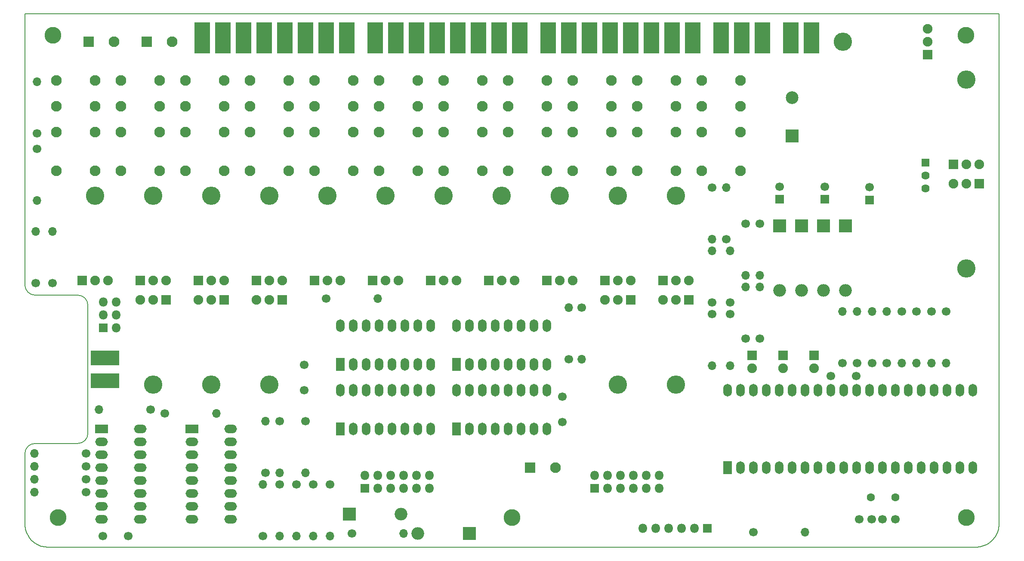
<source format=gbr>
%TF.GenerationSoftware,KiCad,Pcbnew,(5.1.6)-1*%
%TF.CreationDate,2020-08-11T14:57:58+01:00*%
%TF.ProjectId,panel-main,70616e65-6c2d-46d6-9169-6e2e6b696361,rev?*%
%TF.SameCoordinates,Original*%
%TF.FileFunction,Soldermask,Top*%
%TF.FilePolarity,Negative*%
%FSLAX46Y46*%
G04 Gerber Fmt 4.6, Leading zero omitted, Abs format (unit mm)*
G04 Created by KiCad (PCBNEW (5.1.6)-1) date 2020-08-11 14:57:58*
%MOMM*%
%LPD*%
G01*
G04 APERTURE LIST*
%TA.AperFunction,Profile*%
%ADD10C,0.200000*%
%TD*%
%ADD11R,3.100000X6.100000*%
%ADD12R,5.600000X2.900000*%
%ADD13C,1.700000*%
%ADD14O,1.700000X1.700000*%
%ADD15R,1.800000X1.800000*%
%ADD16O,1.800000X1.800000*%
%ADD17R,2.500000X2.500000*%
%ADD18O,2.500000X2.500000*%
%ADD19C,2.500000*%
%ADD20R,1.700000X1.700000*%
%ADD21O,3.600000X3.600000*%
%ADD22R,1.900000X1.900000*%
%ADD23O,1.900000X1.900000*%
%ADD24C,1.620000*%
%ADD25R,1.620000X1.620000*%
%ADD26C,1.900000*%
%ADD27R,2.100000X2.100000*%
%ADD28C,2.100000*%
%ADD29C,1.600000*%
%ADD30R,1.700000X2.500000*%
%ADD31O,1.700000X2.500000*%
%ADD32R,2.500000X1.700000*%
%ADD33O,2.500000X1.700000*%
%ADD34C,3.300000*%
G04 APERTURE END LIST*
D10*
X50972508Y-38971591D02*
X50972508Y-92309883D01*
X242687490Y-38971591D02*
X50972508Y-38971591D01*
X61372508Y-94309883D02*
G75*
G02*
X63372508Y-96309883I0J-2000000D01*
G01*
X52972508Y-94309883D02*
X61372508Y-94309883D01*
X52972508Y-94309883D02*
G75*
G02*
X50972508Y-92309883I0J2000000D01*
G01*
X55472508Y-143909883D02*
X238187490Y-143909883D01*
X241769770Y-142096719D02*
X241928449Y-141869262D01*
X241928449Y-141869262D02*
X242073087Y-141632115D01*
X242073087Y-141632115D02*
X242203341Y-141386260D01*
X242203341Y-141386260D02*
X242318870Y-141132680D01*
X242318870Y-141132680D02*
X242419332Y-140872359D01*
X242419332Y-140872359D02*
X242504383Y-140606279D01*
X242504383Y-140606279D02*
X242573683Y-140335424D01*
X242573683Y-140335424D02*
X242626889Y-140060777D01*
X242626889Y-140060777D02*
X242663659Y-139783322D01*
X242663659Y-139783322D02*
X242683651Y-139504040D01*
X242683651Y-139504040D02*
X242687490Y-139317324D01*
X242687490Y-139317324D02*
X242687490Y-38971591D01*
X238187490Y-143909883D02*
X238445533Y-143901898D01*
X238445533Y-143901898D02*
X238702533Y-143878184D01*
X238702533Y-143878184D02*
X238957740Y-143839103D01*
X238957740Y-143839103D02*
X239210399Y-143785014D01*
X239210399Y-143785014D02*
X239459759Y-143716279D01*
X239459759Y-143716279D02*
X239705067Y-143633259D01*
X239705067Y-143633259D02*
X239945571Y-143536313D01*
X239945571Y-143536313D02*
X240180518Y-143425804D01*
X240180518Y-143425804D02*
X240409157Y-143302091D01*
X240409157Y-143302091D02*
X240630733Y-143165536D01*
X240630733Y-143165536D02*
X240844496Y-143016499D01*
X240844496Y-143016499D02*
X241049693Y-142855342D01*
X241049693Y-142855342D02*
X241245571Y-142682424D01*
X241245571Y-142682424D02*
X241431378Y-142498107D01*
X241431378Y-142498107D02*
X241606362Y-142302752D01*
X241606362Y-142302752D02*
X241769770Y-142096719D01*
X63372508Y-121509883D02*
G75*
G02*
X61372508Y-123509883I-2000000J0D01*
G01*
X61372508Y-123509883D02*
X52972508Y-123509883D01*
X63372508Y-96309883D02*
X63372508Y-121509883D01*
X52766574Y-142986753D02*
X52989415Y-143147096D01*
X52989415Y-143147096D02*
X53221312Y-143293029D01*
X53221312Y-143293029D02*
X53461337Y-143424254D01*
X53461337Y-143424254D02*
X53708567Y-143540476D01*
X53708567Y-143540476D02*
X53962074Y-143641395D01*
X53962074Y-143641395D02*
X54220933Y-143726715D01*
X54220933Y-143726715D02*
X54484219Y-143796138D01*
X54484219Y-143796138D02*
X54751005Y-143849368D01*
X54751005Y-143849368D02*
X55020366Y-143886106D01*
X55020366Y-143886106D02*
X55291375Y-143906056D01*
X55291375Y-143906056D02*
X55472508Y-143909883D01*
X50972508Y-139317324D02*
X50980516Y-139583265D01*
X50980516Y-139583265D02*
X51004274Y-139847961D01*
X51004274Y-139847961D02*
X51043382Y-140110633D01*
X51043382Y-140110633D02*
X51097440Y-140370501D01*
X51097440Y-140370501D02*
X51166048Y-140626788D01*
X51166048Y-140626788D02*
X51248805Y-140878714D01*
X51248805Y-140878714D02*
X51345312Y-141125500D01*
X51345312Y-141125500D02*
X51455167Y-141366368D01*
X51455167Y-141366368D02*
X51577972Y-141600537D01*
X51577972Y-141600537D02*
X51713326Y-141827230D01*
X51713326Y-141827230D02*
X51860829Y-142045667D01*
X51860829Y-142045667D02*
X52020081Y-142255069D01*
X52020081Y-142255069D02*
X52190681Y-142454658D01*
X52190681Y-142454658D02*
X52372230Y-142643654D01*
X52372230Y-142643654D02*
X52564328Y-142821278D01*
X52564328Y-142821278D02*
X52766574Y-142986753D01*
X50972508Y-125509883D02*
X50972508Y-139317324D01*
X50972508Y-125509883D02*
G75*
G02*
X52972508Y-123509883I2000000J0D01*
G01*
D11*
%TO.C,J1*%
X205740000Y-43688000D03*
X201676000Y-43688000D03*
%TD*%
%TO.C,J9*%
X196088000Y-43688000D03*
X192024000Y-43688000D03*
X187960000Y-43688000D03*
%TD*%
%TO.C,J6*%
X114300000Y-43688000D03*
X110236000Y-43688000D03*
X106172000Y-43688000D03*
X102108000Y-43688000D03*
X98044000Y-43688000D03*
X93980000Y-43688000D03*
X89916000Y-43688000D03*
X85852000Y-43688000D03*
%TD*%
%TO.C,J7*%
X148336000Y-43688000D03*
X144272000Y-43688000D03*
X140208000Y-43688000D03*
X136144000Y-43688000D03*
X132080000Y-43688000D03*
X128016000Y-43688000D03*
X123952000Y-43688000D03*
X119888000Y-43688000D03*
%TD*%
%TO.C,J8*%
X182372000Y-43688000D03*
X178308000Y-43688000D03*
X174244000Y-43688000D03*
X170180000Y-43688000D03*
X166116000Y-43688000D03*
X162052000Y-43688000D03*
X157988000Y-43688000D03*
X153924000Y-43688000D03*
%TD*%
D12*
%TO.C,J2*%
X66707200Y-111167200D03*
X66707200Y-106667200D03*
%TD*%
D13*
%TO.C,R41*%
X232283000Y-97536000D03*
D14*
X232283000Y-107696000D03*
%TD*%
D15*
%TO.C,J11*%
X66421000Y-100711000D03*
D16*
X68961000Y-100711000D03*
X66421000Y-98171000D03*
X68961000Y-98171000D03*
X66421000Y-95631000D03*
X68961000Y-95631000D03*
%TD*%
D13*
%TO.C,R7*%
X186182000Y-73152000D03*
D14*
X186182000Y-83312000D03*
%TD*%
D17*
%TO.C,D4*%
X212471000Y-80645000D03*
D18*
X212471000Y-93345000D03*
%TD*%
D17*
%TO.C,D3*%
X208153000Y-80645000D03*
D18*
X208153000Y-93345000D03*
%TD*%
D17*
%TO.C,D2*%
X203835000Y-80645000D03*
D18*
X203835000Y-93345000D03*
%TD*%
D17*
%TO.C,D1*%
X199517000Y-80645000D03*
D18*
X199517000Y-93345000D03*
%TD*%
D17*
%TO.C,C9*%
X201930000Y-62992000D03*
D19*
X201930000Y-55492000D03*
%TD*%
D20*
%TO.C,C8*%
X208407000Y-75438000D03*
D13*
X208407000Y-72938000D03*
%TD*%
D20*
%TO.C,C7*%
X217170000Y-75565000D03*
D13*
X217170000Y-73065000D03*
%TD*%
D20*
%TO.C,C6*%
X199517000Y-75438000D03*
D13*
X199517000Y-72938000D03*
%TD*%
%TO.C,C3*%
X209550000Y-110236000D03*
X214550000Y-110236000D03*
%TD*%
%TO.C,R40*%
X211836000Y-107696000D03*
D14*
X211836000Y-97536000D03*
%TD*%
D13*
%TO.C,R39*%
X214757000Y-107696000D03*
D14*
X214757000Y-97536000D03*
%TD*%
D13*
%TO.C,R38*%
X217678000Y-107696000D03*
D14*
X217678000Y-97536000D03*
%TD*%
D13*
%TO.C,R37*%
X98298000Y-129286000D03*
D14*
X98298000Y-119126000D03*
%TD*%
D13*
%TO.C,R36*%
X62992000Y-133096000D03*
D14*
X52832000Y-133096000D03*
%TD*%
D13*
%TO.C,R35*%
X53340000Y-65532000D03*
D14*
X53340000Y-75692000D03*
%TD*%
D13*
%TO.C,R34*%
X78486000Y-117602000D03*
D14*
X88646000Y-117602000D03*
%TD*%
D13*
%TO.C,R33*%
X97790000Y-141732000D03*
D14*
X97790000Y-131572000D03*
%TD*%
D13*
%TO.C,R32*%
X75692000Y-116840000D03*
D14*
X65532000Y-116840000D03*
%TD*%
D13*
%TO.C,R31*%
X106172000Y-119126000D03*
D14*
X106172000Y-129286000D03*
%TD*%
D13*
%TO.C,R30*%
X53340000Y-62484000D03*
D14*
X53340000Y-52324000D03*
%TD*%
D13*
%TO.C,R29*%
X192786000Y-80264000D03*
D14*
X192786000Y-90424000D03*
%TD*%
D13*
%TO.C,R28*%
X195580000Y-80264000D03*
D14*
X195580000Y-90424000D03*
%TD*%
D13*
%TO.C,R27*%
X188976000Y-83312000D03*
D14*
X188976000Y-73152000D03*
%TD*%
D13*
%TO.C,R26*%
X195580000Y-102870000D03*
D14*
X195580000Y-92710000D03*
%TD*%
D13*
%TO.C,R25*%
X192786000Y-102870000D03*
D14*
X192786000Y-92710000D03*
%TD*%
D13*
%TO.C,R24*%
X157988000Y-106934000D03*
D14*
X157988000Y-96774000D03*
%TD*%
D13*
%TO.C,R23*%
X226441000Y-97536000D03*
D14*
X226441000Y-107696000D03*
%TD*%
D13*
%TO.C,R22*%
X110998000Y-131572000D03*
D14*
X110998000Y-141732000D03*
%TD*%
D13*
%TO.C,R21*%
X110236000Y-94996000D03*
D14*
X120396000Y-94996000D03*
%TD*%
D13*
%TO.C,R20*%
X229362000Y-97536000D03*
D14*
X229362000Y-107696000D03*
%TD*%
D13*
%TO.C,R19*%
X220599000Y-107696000D03*
D14*
X220599000Y-97536000D03*
%TD*%
D13*
%TO.C,R18*%
X223520000Y-97536000D03*
D14*
X223520000Y-107696000D03*
%TD*%
D21*
%TO.C,Q9*%
X236220000Y-51920000D03*
D22*
X233680000Y-68580000D03*
D23*
X236220000Y-68580000D03*
X238760000Y-68580000D03*
%TD*%
D21*
%TO.C,Q6*%
X236220000Y-89050000D03*
D22*
X238760000Y-72390000D03*
D23*
X236220000Y-72390000D03*
X233680000Y-72390000D03*
%TD*%
D24*
%TO.C,Q3*%
X228219000Y-70739000D03*
X228219000Y-73279000D03*
D25*
X228219000Y-68199000D03*
%TD*%
D22*
%TO.C,D7*%
X194056000Y-106172000D03*
D26*
X194056000Y-108712000D03*
%TD*%
D22*
%TO.C,D6*%
X200152000Y-106172000D03*
D26*
X200152000Y-108712000D03*
%TD*%
D22*
%TO.C,D5*%
X206248000Y-106172000D03*
D26*
X206248000Y-108712000D03*
%TD*%
D27*
%TO.C,C15*%
X150368000Y-128270000D03*
D28*
X155368000Y-128270000D03*
%TD*%
D13*
%TO.C,C14*%
X156718000Y-114300000D03*
X156718000Y-119300000D03*
%TD*%
%TO.C,C13*%
X66294000Y-141732000D03*
X71294000Y-141732000D03*
%TD*%
%TO.C,C12*%
X105918000Y-113030000D03*
X105918000Y-108030000D03*
%TD*%
D21*
%TO.C,U1*%
X211940000Y-44450000D03*
D22*
X228600000Y-46990000D03*
D23*
X228600000Y-44450000D03*
X228600000Y-41910000D03*
%TD*%
D21*
%TO.C,Q19*%
X110490000Y-74780000D03*
D22*
X107950000Y-91440000D03*
D23*
X110490000Y-91440000D03*
X113030000Y-91440000D03*
%TD*%
D21*
%TO.C,Q18*%
X99060000Y-111910000D03*
D22*
X101600000Y-95250000D03*
D23*
X99060000Y-95250000D03*
X96520000Y-95250000D03*
%TD*%
D21*
%TO.C,Q17*%
X99060000Y-74780000D03*
D22*
X96520000Y-91440000D03*
D23*
X99060000Y-91440000D03*
X101600000Y-91440000D03*
%TD*%
D21*
%TO.C,Q16*%
X87630000Y-111910000D03*
D22*
X90170000Y-95250000D03*
D23*
X87630000Y-95250000D03*
X85090000Y-95250000D03*
%TD*%
D21*
%TO.C,Q15*%
X87630000Y-74780000D03*
D22*
X85090000Y-91440000D03*
D23*
X87630000Y-91440000D03*
X90170000Y-91440000D03*
%TD*%
D21*
%TO.C,Q14*%
X76200000Y-111910000D03*
D22*
X78740000Y-95250000D03*
D23*
X76200000Y-95250000D03*
X73660000Y-95250000D03*
%TD*%
D21*
%TO.C,Q13*%
X76200000Y-74780000D03*
D22*
X73660000Y-91440000D03*
D23*
X76200000Y-91440000D03*
X78740000Y-91440000D03*
%TD*%
D21*
%TO.C,Q12*%
X64770000Y-74780000D03*
D22*
X62230000Y-91440000D03*
D23*
X64770000Y-91440000D03*
X67310000Y-91440000D03*
%TD*%
D21*
%TO.C,Q11*%
X179070000Y-74780000D03*
D22*
X176530000Y-91440000D03*
D23*
X179070000Y-91440000D03*
X181610000Y-91440000D03*
%TD*%
D21*
%TO.C,Q10*%
X179070000Y-111910000D03*
D22*
X181610000Y-95250000D03*
D23*
X179070000Y-95250000D03*
X176530000Y-95250000D03*
%TD*%
D21*
%TO.C,Q8*%
X167640000Y-74780000D03*
D22*
X165100000Y-91440000D03*
D23*
X167640000Y-91440000D03*
X170180000Y-91440000D03*
%TD*%
D21*
%TO.C,Q7*%
X167640000Y-111910000D03*
D22*
X170180000Y-95250000D03*
D23*
X167640000Y-95250000D03*
X165100000Y-95250000D03*
%TD*%
D21*
%TO.C,Q5*%
X156210000Y-74780000D03*
D22*
X153670000Y-91440000D03*
D23*
X156210000Y-91440000D03*
X158750000Y-91440000D03*
%TD*%
D21*
%TO.C,Q4*%
X144780000Y-74780000D03*
D22*
X142240000Y-91440000D03*
D23*
X144780000Y-91440000D03*
X147320000Y-91440000D03*
%TD*%
D21*
%TO.C,Q2*%
X133350000Y-74780000D03*
D22*
X130810000Y-91440000D03*
D23*
X133350000Y-91440000D03*
X135890000Y-91440000D03*
%TD*%
D21*
%TO.C,Q1*%
X121920000Y-74780000D03*
D22*
X119380000Y-91440000D03*
D23*
X121920000Y-91440000D03*
X124460000Y-91440000D03*
%TD*%
D29*
%TO.C,Y1*%
X217424000Y-134112000D03*
X222304000Y-134112000D03*
%TD*%
D30*
%TO.C,U8*%
X189230000Y-128270000D03*
D31*
X237490000Y-113030000D03*
X191770000Y-128270000D03*
X234950000Y-113030000D03*
X194310000Y-128270000D03*
X232410000Y-113030000D03*
X196850000Y-128270000D03*
X229870000Y-113030000D03*
X199390000Y-128270000D03*
X227330000Y-113030000D03*
X201930000Y-128270000D03*
X224790000Y-113030000D03*
X204470000Y-128270000D03*
X222250000Y-113030000D03*
X207010000Y-128270000D03*
X219710000Y-113030000D03*
X209550000Y-128270000D03*
X217170000Y-113030000D03*
X212090000Y-128270000D03*
X214630000Y-113030000D03*
X214630000Y-128270000D03*
X212090000Y-113030000D03*
X217170000Y-128270000D03*
X209550000Y-113030000D03*
X219710000Y-128270000D03*
X207010000Y-113030000D03*
X222250000Y-128270000D03*
X204470000Y-113030000D03*
X224790000Y-128270000D03*
X201930000Y-113030000D03*
X227330000Y-128270000D03*
X199390000Y-113030000D03*
X229870000Y-128270000D03*
X196850000Y-113030000D03*
X232410000Y-128270000D03*
X194310000Y-113030000D03*
X234950000Y-128270000D03*
X191770000Y-113030000D03*
X237490000Y-128270000D03*
X189230000Y-113030000D03*
%TD*%
D30*
%TO.C,U7*%
X113030000Y-107950000D03*
D31*
X130810000Y-100330000D03*
X115570000Y-107950000D03*
X128270000Y-100330000D03*
X118110000Y-107950000D03*
X125730000Y-100330000D03*
X120650000Y-107950000D03*
X123190000Y-100330000D03*
X123190000Y-107950000D03*
X120650000Y-100330000D03*
X125730000Y-107950000D03*
X118110000Y-100330000D03*
X128270000Y-107950000D03*
X115570000Y-100330000D03*
X130810000Y-107950000D03*
X113030000Y-100330000D03*
%TD*%
D30*
%TO.C,U6*%
X135890000Y-107950000D03*
D31*
X153670000Y-100330000D03*
X138430000Y-107950000D03*
X151130000Y-100330000D03*
X140970000Y-107950000D03*
X148590000Y-100330000D03*
X143510000Y-107950000D03*
X146050000Y-100330000D03*
X146050000Y-107950000D03*
X143510000Y-100330000D03*
X148590000Y-107950000D03*
X140970000Y-100330000D03*
X151130000Y-107950000D03*
X138430000Y-100330000D03*
X153670000Y-107950000D03*
X135890000Y-100330000D03*
%TD*%
D30*
%TO.C,U5*%
X113030000Y-120650000D03*
D31*
X130810000Y-113030000D03*
X115570000Y-120650000D03*
X128270000Y-113030000D03*
X118110000Y-120650000D03*
X125730000Y-113030000D03*
X120650000Y-120650000D03*
X123190000Y-113030000D03*
X123190000Y-120650000D03*
X120650000Y-113030000D03*
X125730000Y-120650000D03*
X118110000Y-113030000D03*
X128270000Y-120650000D03*
X115570000Y-113030000D03*
X130810000Y-120650000D03*
X113030000Y-113030000D03*
%TD*%
D30*
%TO.C,U4*%
X135890000Y-120650000D03*
D31*
X153670000Y-113030000D03*
X138430000Y-120650000D03*
X151130000Y-113030000D03*
X140970000Y-120650000D03*
X148590000Y-113030000D03*
X143510000Y-120650000D03*
X146050000Y-113030000D03*
X146050000Y-120650000D03*
X143510000Y-113030000D03*
X148590000Y-120650000D03*
X140970000Y-113030000D03*
X151130000Y-120650000D03*
X138430000Y-113030000D03*
X153670000Y-120650000D03*
X135890000Y-113030000D03*
%TD*%
D32*
%TO.C,U3*%
X83820000Y-120650000D03*
D33*
X91440000Y-138430000D03*
X83820000Y-123190000D03*
X91440000Y-135890000D03*
X83820000Y-125730000D03*
X91440000Y-133350000D03*
X83820000Y-128270000D03*
X91440000Y-130810000D03*
X83820000Y-130810000D03*
X91440000Y-128270000D03*
X83820000Y-133350000D03*
X91440000Y-125730000D03*
X83820000Y-135890000D03*
X91440000Y-123190000D03*
X83820000Y-138430000D03*
X91440000Y-120650000D03*
%TD*%
D32*
%TO.C,U2*%
X66040000Y-120650000D03*
D33*
X73660000Y-138430000D03*
X66040000Y-123190000D03*
X73660000Y-135890000D03*
X66040000Y-125730000D03*
X73660000Y-133350000D03*
X66040000Y-128270000D03*
X73660000Y-130810000D03*
X66040000Y-130810000D03*
X73660000Y-128270000D03*
X66040000Y-133350000D03*
X73660000Y-125730000D03*
X66040000Y-135890000D03*
X73660000Y-123190000D03*
X66040000Y-138430000D03*
X73660000Y-120650000D03*
%TD*%
D13*
%TO.C,R1*%
X194310000Y-140970000D03*
D14*
X204470000Y-140970000D03*
%TD*%
D15*
%TO.C,J3*%
X185293000Y-140208000D03*
D16*
X182753000Y-140208000D03*
X180213000Y-140208000D03*
X177673000Y-140208000D03*
X175133000Y-140208000D03*
X172593000Y-140208000D03*
%TD*%
D17*
%TO.C,D20*%
X138430000Y-141224000D03*
D18*
X128270000Y-141224000D03*
%TD*%
D17*
%TO.C,D19*%
X114808000Y-137414000D03*
D18*
X124968000Y-137414000D03*
%TD*%
D13*
%TO.C,C5*%
X222250000Y-138430000D03*
X219750000Y-138430000D03*
%TD*%
%TO.C,C4*%
X215138000Y-138430000D03*
X217638000Y-138430000D03*
%TD*%
D27*
%TO.C,C2*%
X74930000Y-44450000D03*
D28*
X79930000Y-44450000D03*
%TD*%
D27*
%TO.C,C1*%
X63500000Y-44450000D03*
D28*
X68500000Y-44450000D03*
%TD*%
D13*
%TO.C,R17*%
X101092000Y-119126000D03*
D14*
X101092000Y-129286000D03*
%TD*%
D13*
%TO.C,R16*%
X62992000Y-130556000D03*
D14*
X52832000Y-130556000D03*
%TD*%
D13*
%TO.C,R15*%
X56388000Y-91948000D03*
D14*
X56388000Y-81788000D03*
%TD*%
D13*
%TO.C,R14*%
X62992000Y-128016000D03*
D14*
X52832000Y-128016000D03*
%TD*%
D13*
%TO.C,R13*%
X101092000Y-131572000D03*
D14*
X101092000Y-141732000D03*
%TD*%
D13*
%TO.C,R12*%
X62992000Y-125476000D03*
D14*
X52832000Y-125476000D03*
%TD*%
D13*
%TO.C,R11*%
X104394000Y-131572000D03*
D14*
X104394000Y-141732000D03*
%TD*%
D13*
%TO.C,R10*%
X53086000Y-91948000D03*
D14*
X53086000Y-81788000D03*
%TD*%
D13*
%TO.C,R9*%
X189738000Y-95758000D03*
D14*
X189738000Y-85598000D03*
%TD*%
D13*
%TO.C,R8*%
X186182000Y-95758000D03*
D14*
X186182000Y-85598000D03*
%TD*%
D13*
%TO.C,R6*%
X189738000Y-98044000D03*
D14*
X189738000Y-108204000D03*
%TD*%
D13*
%TO.C,R5*%
X186182000Y-98044000D03*
D14*
X186182000Y-108204000D03*
%TD*%
D13*
%TO.C,R4*%
X160528000Y-96774000D03*
D14*
X160528000Y-106934000D03*
%TD*%
D13*
%TO.C,R3*%
X115316000Y-141224000D03*
D14*
X125476000Y-141224000D03*
%TD*%
D13*
%TO.C,R2*%
X107696000Y-131572000D03*
D14*
X107696000Y-141732000D03*
%TD*%
D34*
%TO.C,REF\u002A\u002A*%
X236169200Y-43154600D03*
%TD*%
%TO.C,REF\u002A\u002A*%
X56464200Y-43154600D03*
%TD*%
%TO.C,REF\u002A\u002A*%
X57480200Y-138099800D03*
%TD*%
%TO.C,REF\u002A\u002A*%
X146812000Y-138099800D03*
%TD*%
%TO.C,REF\u002A\u002A*%
X236194600Y-138099800D03*
%TD*%
D15*
%TO.C,J5*%
X117858540Y-132321300D03*
D16*
X117858540Y-129781300D03*
X120398540Y-132321300D03*
X120398540Y-129781300D03*
X122938540Y-132321300D03*
X122938540Y-129781300D03*
X125478540Y-132321300D03*
X125478540Y-129781300D03*
X128018540Y-132321300D03*
X128018540Y-129781300D03*
X130558540Y-132321300D03*
X130558540Y-129781300D03*
%TD*%
D15*
%TO.C,J4*%
X163113720Y-132344160D03*
D16*
X163113720Y-129804160D03*
X165653720Y-132344160D03*
X165653720Y-129804160D03*
X168193720Y-132344160D03*
X168193720Y-129804160D03*
X170733720Y-132344160D03*
X170733720Y-129804160D03*
X173273720Y-132344160D03*
X173273720Y-129804160D03*
X175813720Y-132344160D03*
X175813720Y-129804160D03*
%TD*%
D28*
%TO.C,K1*%
X184150000Y-52070000D03*
X191770000Y-52070000D03*
X191770000Y-57150000D03*
X184150000Y-57150000D03*
X184150000Y-62230000D03*
X191770000Y-62230000D03*
X191770000Y-69850000D03*
X184150000Y-69850000D03*
%TD*%
%TO.C,K2*%
X107950000Y-52070000D03*
X115570000Y-52070000D03*
X115570000Y-57150000D03*
X107950000Y-57150000D03*
X107950000Y-62230000D03*
X115570000Y-62230000D03*
X115570000Y-69850000D03*
X107950000Y-69850000D03*
%TD*%
%TO.C,K3*%
X95250000Y-52070000D03*
X102870000Y-52070000D03*
X102870000Y-57150000D03*
X95250000Y-57150000D03*
X95250000Y-62230000D03*
X102870000Y-62230000D03*
X102870000Y-69850000D03*
X95250000Y-69850000D03*
%TD*%
%TO.C,K4*%
X82550000Y-52070000D03*
X90170000Y-52070000D03*
X90170000Y-57150000D03*
X82550000Y-57150000D03*
X82550000Y-62230000D03*
X90170000Y-62230000D03*
X90170000Y-69850000D03*
X82550000Y-69850000D03*
%TD*%
%TO.C,K5*%
X171450000Y-52070000D03*
X179070000Y-52070000D03*
X179070000Y-57150000D03*
X171450000Y-57150000D03*
X171450000Y-62230000D03*
X179070000Y-62230000D03*
X179070000Y-69850000D03*
X171450000Y-69850000D03*
%TD*%
%TO.C,K6*%
X69850000Y-52070000D03*
X77470000Y-52070000D03*
X77470000Y-57150000D03*
X69850000Y-57150000D03*
X69850000Y-62230000D03*
X77470000Y-62230000D03*
X77470000Y-69850000D03*
X69850000Y-69850000D03*
%TD*%
%TO.C,K7*%
X158750000Y-52070000D03*
X166370000Y-52070000D03*
X166370000Y-57150000D03*
X158750000Y-57150000D03*
X158750000Y-62230000D03*
X166370000Y-62230000D03*
X166370000Y-69850000D03*
X158750000Y-69850000D03*
%TD*%
%TO.C,K8*%
X146050000Y-52070000D03*
X153670000Y-52070000D03*
X153670000Y-57150000D03*
X146050000Y-57150000D03*
X146050000Y-62230000D03*
X153670000Y-62230000D03*
X153670000Y-69850000D03*
X146050000Y-69850000D03*
%TD*%
%TO.C,K9*%
X57150000Y-52070000D03*
X64770000Y-52070000D03*
X64770000Y-57150000D03*
X57150000Y-57150000D03*
X57150000Y-62230000D03*
X64770000Y-62230000D03*
X64770000Y-69850000D03*
X57150000Y-69850000D03*
%TD*%
%TO.C,K10*%
X133350000Y-52070000D03*
X140970000Y-52070000D03*
X140970000Y-57150000D03*
X133350000Y-57150000D03*
X133350000Y-62230000D03*
X140970000Y-62230000D03*
X140970000Y-69850000D03*
X133350000Y-69850000D03*
%TD*%
%TO.C,K11*%
X120650000Y-52070000D03*
X128270000Y-52070000D03*
X128270000Y-57150000D03*
X120650000Y-57150000D03*
X120650000Y-62230000D03*
X128270000Y-62230000D03*
X128270000Y-69850000D03*
X120650000Y-69850000D03*
%TD*%
M02*

</source>
